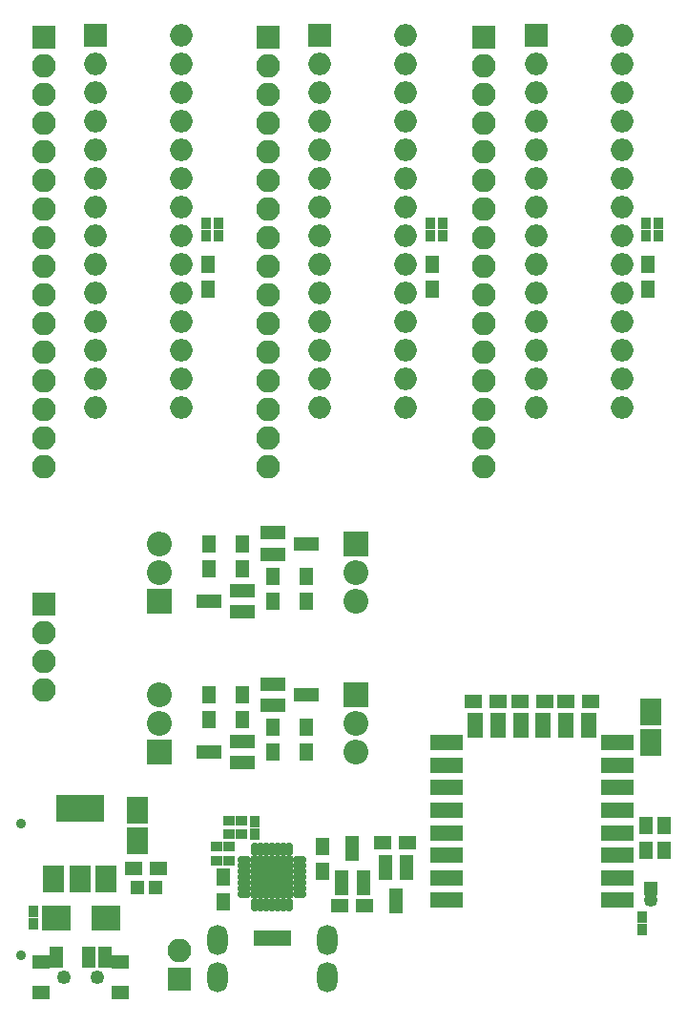
<source format=gts>
G04 #@! TF.GenerationSoftware,KiCad,Pcbnew,5.0.0*
G04 #@! TF.CreationDate,2018-08-31T22:25:39+02:00*
G04 #@! TF.ProjectId,cube,637562652E6B696361645F7063620000,B*
G04 #@! TF.SameCoordinates,Original*
G04 #@! TF.FileFunction,Soldermask,Top*
G04 #@! TF.FilePolarity,Negative*
%FSLAX46Y46*%
G04 Gerber Fmt 4.6, Leading zero omitted, Abs format (unit mm)*
G04 Created by KiCad (PCBNEW 5.0.0) date Fri Aug 31 22:25:39 2018*
%MOMM*%
%LPD*%
G01*
G04 APERTURE LIST*
%ADD10O,1.800000X2.700000*%
%ADD11R,0.800000X1.450000*%
%ADD12R,2.500580X2.200860*%
%ADD13C,1.250000*%
%ADD14R,1.300000X1.900000*%
%ADD15R,1.500000X1.200000*%
%ADD16R,1.600000X1.300000*%
%ADD17R,0.900000X1.000000*%
%ADD18R,1.300000X1.600000*%
%ADD19R,1.900000X2.350000*%
%ADD20R,1.000000X0.900000*%
%ADD21R,1.200000X1.200000*%
%ADD22O,2.100000X2.100000*%
%ADD23R,2.100000X2.100000*%
%ADD24R,1.200000X2.300000*%
%ADD25O,2.200000X2.200000*%
%ADD26R,2.200000X2.200000*%
%ADD27R,2.900000X1.400000*%
%ADD28R,1.400000X2.200000*%
%ADD29R,2.075000X2.075000*%
%ADD30O,1.250000X0.700000*%
%ADD31O,0.700000X1.250000*%
%ADD32O,2.000000X2.000000*%
%ADD33R,2.000000X2.000000*%
%ADD34R,1.900000X2.400000*%
%ADD35R,4.200000X2.400000*%
%ADD36R,2.300000X1.200000*%
%ADD37O,1.250000X1.250000*%
%ADD38R,1.250000X1.250000*%
%ADD39C,0.900000*%
G04 APERTURE END LIST*
D10*
G04 #@! TO.C,J2*
X75825000Y-147100000D03*
D11*
X79375000Y-146875000D03*
X80025000Y-146875000D03*
X80675000Y-146875000D03*
X81325000Y-146875000D03*
X81975000Y-146875000D03*
D10*
X75825000Y-150400000D03*
X85525000Y-150400000D03*
X85525000Y-147100000D03*
G04 #@! TD*
D12*
G04 #@! TO.C,D1*
X65874640Y-145125000D03*
X61475360Y-145125000D03*
G04 #@! TD*
D13*
G04 #@! TO.C,SW1*
X62200000Y-150400000D03*
D14*
X61450000Y-148550000D03*
X64350000Y-148550000D03*
X65850000Y-148550000D03*
D15*
X67200000Y-149050000D03*
X67200000Y-151750000D03*
X60100000Y-151750000D03*
X60100000Y-149050000D03*
D13*
X65100000Y-150400000D03*
G04 #@! TD*
D16*
G04 #@! TO.C,R1*
X106700000Y-125900000D03*
X108900000Y-125900000D03*
G04 #@! TD*
G04 #@! TO.C,R2*
X98500000Y-125900000D03*
X100700000Y-125900000D03*
G04 #@! TD*
D17*
G04 #@! TO.C,C10*
X75900000Y-83500000D03*
X75900000Y-84600000D03*
G04 #@! TD*
D18*
G04 #@! TO.C,R5*
X113800000Y-139100000D03*
X113800000Y-136900000D03*
G04 #@! TD*
D17*
G04 #@! TO.C,C12*
X95800000Y-83500000D03*
X95800000Y-84600000D03*
G04 #@! TD*
D18*
G04 #@! TO.C,R11*
X94850000Y-89300000D03*
X94850000Y-87100000D03*
G04 #@! TD*
G04 #@! TO.C,R4*
X115400000Y-139100000D03*
X115400000Y-136900000D03*
G04 #@! TD*
D16*
G04 #@! TO.C,R3*
X102600000Y-125900000D03*
X104800000Y-125900000D03*
G04 #@! TD*
D17*
G04 #@! TO.C,C15*
X113775000Y-84600000D03*
X113775000Y-83500000D03*
G04 #@! TD*
G04 #@! TO.C,C1*
X113450000Y-145050000D03*
X113450000Y-146150000D03*
G04 #@! TD*
D19*
G04 #@! TO.C,C2*
X114200000Y-129575000D03*
X114200000Y-126825000D03*
G04 #@! TD*
D17*
G04 #@! TO.C,C3*
X59500000Y-144550000D03*
X59500000Y-145650000D03*
G04 #@! TD*
D19*
G04 #@! TO.C,C4*
X68675000Y-135550000D03*
X68675000Y-138300000D03*
G04 #@! TD*
D17*
G04 #@! TO.C,C5*
X79075000Y-137650000D03*
X79075000Y-136550000D03*
G04 #@! TD*
D20*
G04 #@! TO.C,C6*
X76825000Y-136500000D03*
X77925000Y-136500000D03*
G04 #@! TD*
G04 #@! TO.C,C7*
X77925000Y-137700000D03*
X76825000Y-137700000D03*
G04 #@! TD*
G04 #@! TO.C,C8*
X75725000Y-138800000D03*
X76825000Y-138800000D03*
G04 #@! TD*
G04 #@! TO.C,C9*
X76825000Y-140000000D03*
X75725000Y-140000000D03*
G04 #@! TD*
D17*
G04 #@! TO.C,C11*
X74750000Y-84600000D03*
X74750000Y-83500000D03*
G04 #@! TD*
G04 #@! TO.C,C13*
X94650000Y-84600000D03*
X94650000Y-83500000D03*
G04 #@! TD*
G04 #@! TO.C,C14*
X114900000Y-83500000D03*
X114900000Y-84600000D03*
G04 #@! TD*
D21*
G04 #@! TO.C,D2*
X68675000Y-142425000D03*
X70275000Y-142425000D03*
G04 #@! TD*
D22*
G04 #@! TO.C,J1*
X72450000Y-147960000D03*
D23*
X72450000Y-150500000D03*
G04 #@! TD*
D22*
G04 #@! TO.C,J3*
X60400000Y-105100000D03*
X60400000Y-102560000D03*
X60400000Y-100020000D03*
X60400000Y-97480000D03*
X60400000Y-94940000D03*
X60400000Y-92400000D03*
X60400000Y-89860000D03*
X60400000Y-87320000D03*
X60400000Y-84780000D03*
X60400000Y-82240000D03*
X60400000Y-79700000D03*
X60400000Y-77160000D03*
X60400000Y-74620000D03*
X60400000Y-72080000D03*
X60400000Y-69540000D03*
D23*
X60400000Y-67000000D03*
G04 #@! TD*
G04 #@! TO.C,J4*
X80300000Y-67000000D03*
D22*
X80300000Y-69540000D03*
X80300000Y-72080000D03*
X80300000Y-74620000D03*
X80300000Y-77160000D03*
X80300000Y-79700000D03*
X80300000Y-82240000D03*
X80300000Y-84780000D03*
X80300000Y-87320000D03*
X80300000Y-89860000D03*
X80300000Y-92400000D03*
X80300000Y-94940000D03*
X80300000Y-97480000D03*
X80300000Y-100020000D03*
X80300000Y-102560000D03*
X80300000Y-105100000D03*
G04 #@! TD*
G04 #@! TO.C,J5*
X99450000Y-105100000D03*
X99450000Y-102560000D03*
X99450000Y-100020000D03*
X99450000Y-97480000D03*
X99450000Y-94940000D03*
X99450000Y-92400000D03*
X99450000Y-89860000D03*
X99450000Y-87320000D03*
X99450000Y-84780000D03*
X99450000Y-82240000D03*
X99450000Y-79700000D03*
X99450000Y-77160000D03*
X99450000Y-74620000D03*
X99450000Y-72080000D03*
X99450000Y-69540000D03*
D23*
X99450000Y-67000000D03*
G04 #@! TD*
D22*
G04 #@! TO.C,J20*
X60350000Y-124920000D03*
X60350000Y-122380000D03*
X60350000Y-119840000D03*
D23*
X60350000Y-117300000D03*
G04 #@! TD*
D24*
G04 #@! TO.C,Q1*
X87775000Y-138950000D03*
X88725000Y-141950000D03*
X86825000Y-141950000D03*
G04 #@! TD*
G04 #@! TO.C,Q2*
X92575000Y-140600000D03*
X90675000Y-140600000D03*
X91625000Y-143600000D03*
G04 #@! TD*
D25*
G04 #@! TO.C,Q3*
X88100000Y-116980000D03*
X88100000Y-114440000D03*
D26*
X88100000Y-111900000D03*
G04 #@! TD*
G04 #@! TO.C,Q4*
X70600000Y-117000000D03*
D25*
X70600000Y-114460000D03*
X70600000Y-111920000D03*
G04 #@! TD*
D26*
G04 #@! TO.C,Q5*
X88100000Y-125300000D03*
D25*
X88100000Y-127840000D03*
X88100000Y-130380000D03*
G04 #@! TD*
G04 #@! TO.C,Q6*
X70600000Y-125320000D03*
X70600000Y-127860000D03*
D26*
X70600000Y-130400000D03*
G04 #@! TD*
D16*
G04 #@! TO.C,R6*
X70575000Y-140725000D03*
X68375000Y-140725000D03*
G04 #@! TD*
D18*
G04 #@! TO.C,R7*
X85125000Y-138750000D03*
X85125000Y-140950000D03*
G04 #@! TD*
D16*
G04 #@! TO.C,R8*
X86675000Y-144050000D03*
X88875000Y-144050000D03*
G04 #@! TD*
G04 #@! TO.C,R9*
X92675000Y-138450000D03*
X90475000Y-138450000D03*
G04 #@! TD*
D18*
G04 #@! TO.C,R10*
X74950000Y-87100000D03*
X74950000Y-89300000D03*
G04 #@! TD*
G04 #@! TO.C,R12*
X83700000Y-114800000D03*
X83700000Y-117000000D03*
G04 #@! TD*
G04 #@! TO.C,R13*
X114000000Y-87100000D03*
X114000000Y-89300000D03*
G04 #@! TD*
G04 #@! TO.C,R14*
X80700000Y-114800000D03*
X80700000Y-117000000D03*
G04 #@! TD*
G04 #@! TO.C,R15*
X78000000Y-111900000D03*
X78000000Y-114100000D03*
G04 #@! TD*
G04 #@! TO.C,R16*
X75000000Y-111900000D03*
X75000000Y-114100000D03*
G04 #@! TD*
G04 #@! TO.C,R17*
X76275000Y-143700000D03*
X76275000Y-141500000D03*
G04 #@! TD*
D27*
G04 #@! TO.C,U1*
X96100000Y-143550000D03*
X96100000Y-141550000D03*
X96100000Y-139550000D03*
X96100000Y-137550000D03*
X96100000Y-135550000D03*
X96100000Y-133550000D03*
X96100000Y-131550000D03*
X96100000Y-129550000D03*
D28*
X98700000Y-128050000D03*
X100700000Y-128050000D03*
X102700000Y-128050000D03*
X104700000Y-128050000D03*
X106700000Y-128050000D03*
X108700000Y-128050000D03*
D27*
X111300000Y-129550000D03*
X111300000Y-131550000D03*
X111300000Y-133550000D03*
X111300000Y-135550000D03*
X111300000Y-137550000D03*
X111300000Y-139550000D03*
X111300000Y-141550000D03*
X111300000Y-143550000D03*
G04 #@! TD*
D29*
G04 #@! TO.C,U2*
X81475000Y-140625000D03*
X79800000Y-140625000D03*
X81475000Y-142300000D03*
X79800000Y-142300000D03*
D30*
X83087500Y-139962500D03*
X83087500Y-140462500D03*
X83087500Y-140962500D03*
X83087500Y-141462500D03*
X83087500Y-141962500D03*
X83087500Y-142462500D03*
X83087500Y-142962500D03*
D31*
X82137500Y-143912500D03*
X81637500Y-143912500D03*
X81137500Y-143912500D03*
X80637500Y-143912500D03*
X80137500Y-143912500D03*
X79637500Y-143912500D03*
X79137500Y-143912500D03*
D30*
X78187500Y-142962500D03*
X78187500Y-142462500D03*
X78187500Y-141962500D03*
X78187500Y-141462500D03*
X78187500Y-140962500D03*
X78187500Y-140462500D03*
X78187500Y-139962500D03*
D31*
X79137500Y-139012500D03*
X79637500Y-139012500D03*
X80137500Y-139012500D03*
X80637500Y-139012500D03*
X81137500Y-139012500D03*
X81637500Y-139012500D03*
X82137500Y-139012500D03*
G04 #@! TD*
D32*
G04 #@! TO.C,U3*
X72620000Y-66800000D03*
X65000000Y-99820000D03*
X72620000Y-69340000D03*
X65000000Y-97280000D03*
X72620000Y-71880000D03*
X65000000Y-94740000D03*
X72620000Y-74420000D03*
X65000000Y-92200000D03*
X72620000Y-76960000D03*
X65000000Y-89660000D03*
X72620000Y-79500000D03*
X65000000Y-87120000D03*
X72620000Y-82040000D03*
X65000000Y-84580000D03*
X72620000Y-84580000D03*
X65000000Y-82040000D03*
X72620000Y-87120000D03*
X65000000Y-79500000D03*
X72620000Y-89660000D03*
X65000000Y-76960000D03*
X72620000Y-92200000D03*
X65000000Y-74420000D03*
X72620000Y-94740000D03*
X65000000Y-71880000D03*
X72620000Y-97280000D03*
X65000000Y-69340000D03*
X72620000Y-99820000D03*
D33*
X65000000Y-66800000D03*
G04 #@! TD*
G04 #@! TO.C,U4*
X84900000Y-66800000D03*
D32*
X92520000Y-99820000D03*
X84900000Y-69340000D03*
X92520000Y-97280000D03*
X84900000Y-71880000D03*
X92520000Y-94740000D03*
X84900000Y-74420000D03*
X92520000Y-92200000D03*
X84900000Y-76960000D03*
X92520000Y-89660000D03*
X84900000Y-79500000D03*
X92520000Y-87120000D03*
X84900000Y-82040000D03*
X92520000Y-84580000D03*
X84900000Y-84580000D03*
X92520000Y-82040000D03*
X84900000Y-87120000D03*
X92520000Y-79500000D03*
X84900000Y-89660000D03*
X92520000Y-76960000D03*
X84900000Y-92200000D03*
X92520000Y-74420000D03*
X84900000Y-94740000D03*
X92520000Y-71880000D03*
X84900000Y-97280000D03*
X92520000Y-69340000D03*
X84900000Y-99820000D03*
X92520000Y-66800000D03*
G04 #@! TD*
G04 #@! TO.C,U5*
X111670000Y-66800000D03*
X104050000Y-99820000D03*
X111670000Y-69340000D03*
X104050000Y-97280000D03*
X111670000Y-71880000D03*
X104050000Y-94740000D03*
X111670000Y-74420000D03*
X104050000Y-92200000D03*
X111670000Y-76960000D03*
X104050000Y-89660000D03*
X111670000Y-79500000D03*
X104050000Y-87120000D03*
X111670000Y-82040000D03*
X104050000Y-84580000D03*
X111670000Y-84580000D03*
X104050000Y-82040000D03*
X111670000Y-87120000D03*
X104050000Y-79500000D03*
X111670000Y-89660000D03*
X104050000Y-76960000D03*
X111670000Y-92200000D03*
X104050000Y-74420000D03*
X111670000Y-94740000D03*
X104050000Y-71880000D03*
X111670000Y-97280000D03*
X104050000Y-69340000D03*
X111670000Y-99820000D03*
D33*
X104050000Y-66800000D03*
G04 #@! TD*
D34*
G04 #@! TO.C,U7*
X61275000Y-141675000D03*
X65875000Y-141675000D03*
X63575000Y-141675000D03*
D35*
X63575000Y-135375000D03*
G04 #@! TD*
D36*
G04 #@! TO.C,Q7*
X83700000Y-111900000D03*
X80700000Y-112850000D03*
X80700000Y-110950000D03*
G04 #@! TD*
G04 #@! TO.C,Q8*
X78000000Y-117950000D03*
X78000000Y-116050000D03*
X75000000Y-117000000D03*
G04 #@! TD*
G04 #@! TO.C,Q9*
X83700000Y-125300000D03*
X80700000Y-126250000D03*
X80700000Y-124350000D03*
G04 #@! TD*
G04 #@! TO.C,Q10*
X78000000Y-131350000D03*
X78000000Y-129450000D03*
X75000000Y-130400000D03*
G04 #@! TD*
D18*
G04 #@! TO.C,R18*
X80700000Y-130400000D03*
X80700000Y-128200000D03*
G04 #@! TD*
G04 #@! TO.C,R19*
X83700000Y-128200000D03*
X83700000Y-130400000D03*
G04 #@! TD*
G04 #@! TO.C,R20*
X78000000Y-125300000D03*
X78000000Y-127500000D03*
G04 #@! TD*
G04 #@! TO.C,R21*
X75000000Y-127500000D03*
X75000000Y-125300000D03*
G04 #@! TD*
D37*
G04 #@! TO.C,JP1*
X114200000Y-143500000D03*
D38*
X114200000Y-142500000D03*
G04 #@! TD*
D39*
G04 #@! TO.C,J7*
X58400000Y-148400000D03*
G04 #@! TD*
G04 #@! TO.C,J8*
X58400000Y-136700000D03*
G04 #@! TD*
M02*

</source>
